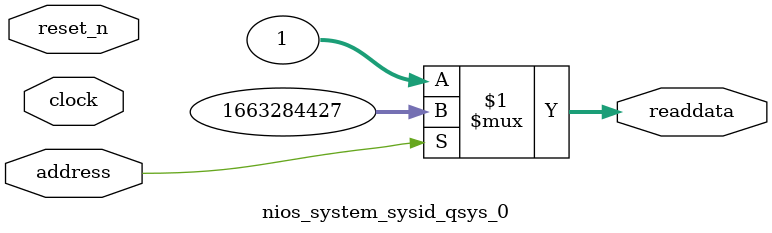
<source format=v>



// synthesis translate_off
`timescale 1ns / 1ps
// synthesis translate_on

// turn off superfluous verilog processor warnings 
// altera message_level Level1 
// altera message_off 10034 10035 10036 10037 10230 10240 10030 

module nios_system_sysid_qsys_0 (
               // inputs:
                address,
                clock,
                reset_n,

               // outputs:
                readdata
             )
;

  output  [ 31: 0] readdata;
  input            address;
  input            clock;
  input            reset_n;

  wire    [ 31: 0] readdata;
  //control_slave, which is an e_avalon_slave
  assign readdata = address ? 1663284427 : 1;

endmodule



</source>
